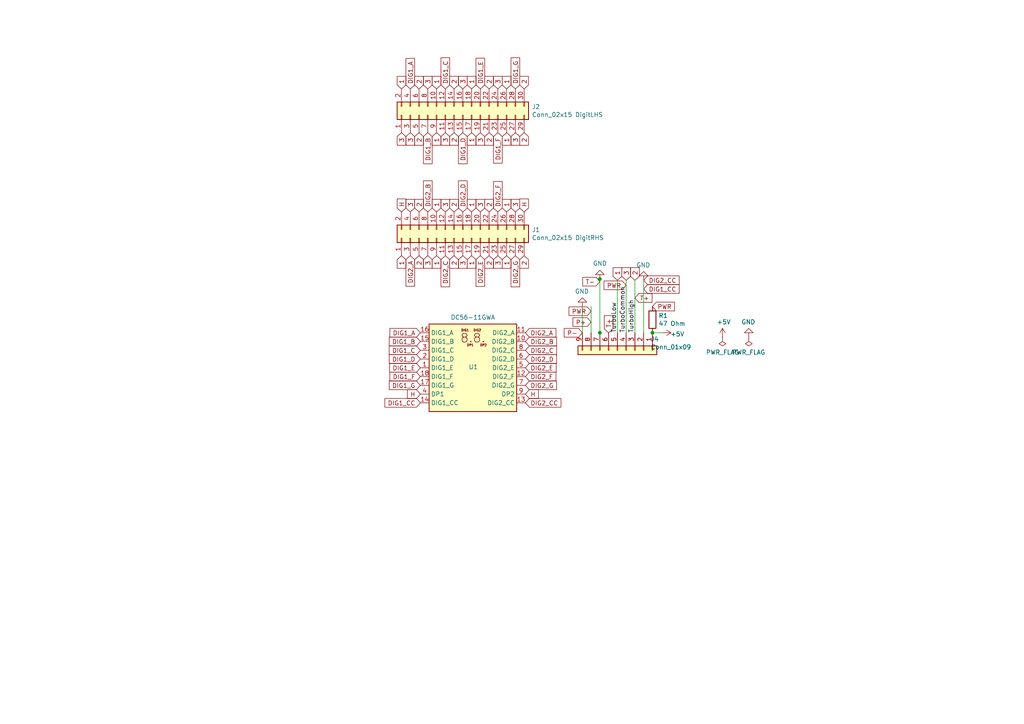
<source format=kicad_sch>
(kicad_sch (version 20230121) (generator eeschema)
  (paper "A4")
  (title_block (title "K-568") (date "2025-04-17") (rev "rev.0.1") (company "Scrap Computing"))
  (lib_symbols
    (symbol "Connector_Generic:Conn_01x09" (pin_names (offset 1.016) hide)
      (property "Reference" "J" (at 0 12.7 0))
      (property "Value" "Conn_01x09" (at 0 -12.7 0))
      (symbol "Conn_01x09_1_1"
        (rectangle (start -1.27 -10.033) (end 0 -10.287) (stroke (width 0.1524)))
        (rectangle (start -1.27 -7.493) (end 0 -7.747) (stroke (width 0.1524)))
        (rectangle (start -1.27 -4.953) (end 0 -5.207) (stroke (width 0.1524)))
        (rectangle (start -1.27 -2.413) (end 0 -2.667) (stroke (width 0.1524)))
        (rectangle (start -1.27 0.127) (end 0 -0.127) (stroke (width 0.1524)))
        (rectangle (start -1.27 2.667) (end 0 2.413) (stroke (width 0.1524)))
        (rectangle (start -1.27 5.207) (end 0 4.953) (stroke (width 0.1524)))
        (rectangle (start -1.27 7.747) (end 0 7.493) (stroke (width 0.1524)))
        (rectangle (start -1.27 10.287) (end 0 10.033) (stroke (width 0.1524)))
        (rectangle (start -1.27 11.43) (end 1.27 -11.43) (stroke (width 0.254)) (fill (type background)))
        (pin passive line (at -5.08 10.16 0) (length 3.81) (name "Pin_1") (number "1"))
        (pin passive line (at -5.08 7.62 0) (length 3.81) (name "Pin_2") (number "2"))
        (pin passive line (at -5.08 5.08 0) (length 3.81) (name "Pin_3") (number "3"))
        (pin passive line (at -5.08 2.54 0) (length 3.81) (name "Pin_4") (number "4"))
        (pin passive line (at -5.08 0 0) (length 3.81) (name "Pin_5") (number "5"))
        (pin passive line (at -5.08 -2.54 0) (length 3.81) (name "Pin_6") (number "6"))
        (pin passive line (at -5.08 -5.08 0) (length 3.81) (name "Pin_7") (number "7"))
        (pin passive line (at -5.08 -7.62 0) (length 3.81) (name "Pin_8") (number "8"))
        (pin passive line (at -5.08 -10.16 0) (length 3.81) (name "Pin_9") (number "9"))
      )
    )
    (symbol "Connector_Generic:Conn_02x15_Odd_Even" (pin_names (offset 1.016) hide)
      (property "Reference" "J" (at 1.27 20.32 0))
      (property "Value" "Conn_02x15_Odd_Even" (at 1.27 -20.32 0))
      (symbol "Conn_02x15_Odd_Even_1_1"
        (rectangle (start -1.27 -17.653) (end 0 -17.907) (stroke (width 0.1524)))
        (rectangle (start -1.27 -15.113) (end 0 -15.367) (stroke (width 0.1524)))
        (rectangle (start -1.27 -12.573) (end 0 -12.827) (stroke (width 0.1524)))
        (rectangle (start -1.27 -10.033) (end 0 -10.287) (stroke (width 0.1524)))
        (rectangle (start -1.27 -7.493) (end 0 -7.747) (stroke (width 0.1524)))
        (rectangle (start -1.27 -4.953) (end 0 -5.207) (stroke (width 0.1524)))
        (rectangle (start -1.27 -2.413) (end 0 -2.667) (stroke (width 0.1524)))
        (rectangle (start -1.27 0.127) (end 0 -0.127) (stroke (width 0.1524)))
        (rectangle (start -1.27 2.667) (end 0 2.413) (stroke (width 0.1524)))
        (rectangle (start -1.27 5.207) (end 0 4.953) (stroke (width 0.1524)))
        (rectangle (start -1.27 7.747) (end 0 7.493) (stroke (width 0.1524)))
        (rectangle (start -1.27 10.287) (end 0 10.033) (stroke (width 0.1524)))
        (rectangle (start -1.27 12.827) (end 0 12.573) (stroke (width 0.1524)))
        (rectangle (start -1.27 15.367) (end 0 15.113) (stroke (width 0.1524)))
        (rectangle (start -1.27 17.907) (end 0 17.653) (stroke (width 0.1524)))
        (rectangle (start -1.27 19.05) (end 3.81 -19.05) (stroke (width 0.254)) (fill (type background)))
        (rectangle (start 3.81 -17.653) (end 2.54 -17.907) (stroke (width 0.1524)))
        (rectangle (start 3.81 -15.113) (end 2.54 -15.367) (stroke (width 0.1524)))
        (rectangle (start 3.81 -12.573) (end 2.54 -12.827) (stroke (width 0.1524)))
        (rectangle (start 3.81 -10.033) (end 2.54 -10.287) (stroke (width 0.1524)))
        (rectangle (start 3.81 -7.493) (end 2.54 -7.747) (stroke (width 0.1524)))
        (rectangle (start 3.81 -4.953) (end 2.54 -5.207) (stroke (width 0.1524)))
        (rectangle (start 3.81 -2.413) (end 2.54 -2.667) (stroke (width 0.1524)))
        (rectangle (start 3.81 0.127) (end 2.54 -0.127) (stroke (width 0.1524)))
        (rectangle (start 3.81 2.667) (end 2.54 2.413) (stroke (width 0.1524)))
        (rectangle (start 3.81 5.207) (end 2.54 4.953) (stroke (width 0.1524)))
        (rectangle (start 3.81 7.747) (end 2.54 7.493) (stroke (width 0.1524)))
        (rectangle (start 3.81 10.287) (end 2.54 10.033) (stroke (width 0.1524)))
        (rectangle (start 3.81 12.827) (end 2.54 12.573) (stroke (width 0.1524)))
        (rectangle (start 3.81 15.367) (end 2.54 15.113) (stroke (width 0.1524)))
        (rectangle (start 3.81 17.907) (end 2.54 17.653) (stroke (width 0.1524)))
        (pin passive line (at -5.08 17.78 0) (length 3.81) (name "Pin_1") (number "1"))
        (pin passive line (at 7.62 7.62 180) (length 3.81) (name "Pin_10") (number "10"))
        (pin passive line (at -5.08 5.08 0) (length 3.81) (name "Pin_11") (number "11"))
        (pin passive line (at 7.62 5.08 180) (length 3.81) (name "Pin_12") (number "12"))
        (pin passive line (at -5.08 2.54 0) (length 3.81) (name "Pin_13") (number "13"))
        (pin passive line (at 7.62 2.54 180) (length 3.81) (name "Pin_14") (number "14"))
        (pin passive line (at -5.08 0 0) (length 3.81) (name "Pin_15") (number "15"))
        (pin passive line (at 7.62 0 180) (length 3.81) (name "Pin_16") (number "16"))
        (pin passive line (at -5.08 -2.54 0) (length 3.81) (name "Pin_17") (number "17"))
        (pin passive line (at 7.62 -2.54 180) (length 3.81) (name "Pin_18") (number "18"))
        (pin passive line (at -5.08 -5.08 0) (length 3.81) (name "Pin_19") (number "19"))
        (pin passive line (at 7.62 17.78 180) (length 3.81) (name "Pin_2") (number "2"))
        (pin passive line (at 7.62 -5.08 180) (length 3.81) (name "Pin_20") (number "20"))
        (pin passive line (at -5.08 -7.62 0) (length 3.81) (name "Pin_21") (number "21"))
        (pin passive line (at 7.62 -7.62 180) (length 3.81) (name "Pin_22") (number "22"))
        (pin passive line (at -5.08 -10.16 0) (length 3.81) (name "Pin_23") (number "23"))
        (pin passive line (at 7.62 -10.16 180) (length 3.81) (name "Pin_24") (number "24"))
        (pin passive line (at -5.08 -12.7 0) (length 3.81) (name "Pin_25") (number "25"))
        (pin passive line (at 7.62 -12.7 180) (length 3.81) (name "Pin_26") (number "26"))
        (pin passive line (at -5.08 -15.24 0) (length 3.81) (name "Pin_27") (number "27"))
        (pin passive line (at 7.62 -15.24 180) (length 3.81) (name "Pin_28") (number "28"))
        (pin passive line (at -5.08 -17.78 0) (length 3.81) (name "Pin_29") (number "29"))
        (pin passive line (at -5.08 15.24 0) (length 3.81) (name "Pin_3") (number "3"))
        (pin passive line (at 7.62 -17.78 180) (length 3.81) (name "Pin_30") (number "30"))
        (pin passive line (at 7.62 15.24 180) (length 3.81) (name "Pin_4") (number "4"))
        (pin passive line (at -5.08 12.7 0) (length 3.81) (name "Pin_5") (number "5"))
        (pin passive line (at 7.62 12.7 180) (length 3.81) (name "Pin_6") (number "6"))
        (pin passive line (at -5.08 10.16 0) (length 3.81) (name "Pin_7") (number "7"))
        (pin passive line (at 7.62 10.16 180) (length 3.81) (name "Pin_8") (number "8"))
        (pin passive line (at -5.08 7.62 0) (length 3.81) (name "Pin_9") (number "9"))
      )
    )
    (symbol "Device:R" (pin_numbers hide) (pin_names (offset 0))
      (property "Reference" "R" (at 2.032 0 90))
      (property "Value" "R" (at 0 0 90))
      (symbol "R_0_1"
        (rectangle (start -1.016 -2.54) (end 1.016 2.54) (stroke (width 0.254)))
      )
      (symbol "R_1_1"
        (pin passive line (at 0 3.81 270) (length 1.27) (name "~") (number "1"))
        (pin passive line (at 0 -3.81 90) (length 1.27) (name "~") (number "2"))
      )
    )
    (symbol "Display_Character:DC56-11GWA"
      (property "Reference" "U" (at -11.43 13.97 0))
      (property "Value" "DC56-11GWA" (at 12.065 13.97 0))
      (symbol "DC56-11GWA_0_0"
        (text "8.8." (at 0 8.636 0) (effects (font (size 2.54 2.54))))
        (text "DIG1" (at -2.286 10.922 0) (effects (font (size 0.635 0.635))))
        (text "DIG2" (at 1.27 10.922 0) (effects (font (size 0.635 0.635))))
        (text "DP1" (at -0.762 6.604 0) (effects (font (size 0.635 0.635))))
        (text "DP2" (at 3.048 6.604 0) (effects (font (size 0.635 0.635))))
      )
      (symbol "DC56-11GWA_0_1"
        (rectangle (start -12.7 12.7) (end 12.7 -12.7) (stroke (width 0.254)) (fill (type background)))
      )
      (symbol "DC56-11GWA_1_1"
        (pin input line (at -15.24 0 0) (length 2.54) (name "DIG1_E") (number "1"))
        (pin input line (at 15.24 7.62 180) (length 2.54) (name "DIG2_B") (number "10"))
        (pin input line (at 15.24 10.16 180) (length 2.54) (name "DIG2_A") (number "11"))
        (pin input line (at 15.24 -2.54 180) (length 2.54) (name "DIG2_F") (number "12"))
        (pin input line (at 15.24 -10.16 180) (length 2.54) (name "DIG2_CC") (number "13"))
        (pin input line (at -15.24 -10.16 0) (length 2.54) (name "DIG1_CC") (number "14"))
        (pin input line (at -15.24 7.62 0) (length 2.54) (name "DIG1_B") (number "15"))
        (pin input line (at -15.24 10.16 0) (length 2.54) (name "DIG1_A") (number "16"))
        (pin input line (at -15.24 -5.08 0) (length 2.54) (name "DIG1_G") (number "17"))
        (pin input line (at -15.24 -2.54 0) (length 2.54) (name "DIG1_F") (number "18"))
        (pin input line (at -15.24 2.54 0) (length 2.54) (name "DIG1_D") (number "2"))
        (pin input line (at -15.24 5.08 0) (length 2.54) (name "DIG1_C") (number "3"))
        (pin input line (at -15.24 -7.62 0) (length 2.54) (name "DP1") (number "4"))
        (pin input line (at 15.24 0 180) (length 2.54) (name "DIG2_E") (number "5"))
        (pin input line (at 15.24 2.54 180) (length 2.54) (name "DIG2_D") (number "6"))
        (pin input line (at 15.24 -5.08 180) (length 2.54) (name "DIG2_G") (number "7"))
        (pin input line (at 15.24 5.08 180) (length 2.54) (name "DIG2_C") (number "8"))
        (pin input line (at 15.24 -7.62 180) (length 2.54) (name "DP2") (number "9"))
      )
    )
    (symbol "power:+5V" (power) (pin_names (offset 0))
      (property "Value" "+5V" (at 0 3.556 0))
      (symbol "+5V_0_1"
        (polyline (pts (xy -0.762 1.27) (xy 0 2.54)))
        (polyline (pts (xy 0 0) (xy 0 2.54)))
        (polyline (pts (xy 0 2.54) (xy 0.762 1.27)))
      )
      (symbol "+5V_1_1"
        (pin power_in line (at 0 0 90) (length 0) hide (name "+5V") (number "1"))
      )
    )
    (symbol "power:GND" (power) (pin_names (offset 0))
      (property "Value" "GND" (at 0 -3.81 0))
      (symbol "GND_0_1"
        (polyline (pts (xy 0 0) (xy 0 -1.27) (xy 1.27 -1.27) (xy 0 -2.54) (xy -1.27 -1.27) (xy 0 -1.27)))
      )
      (symbol "GND_1_1"
        (pin power_in line (at 0 0 270) (length 0) hide (name "GND") (number "1"))
      )
    )
    (symbol "power:PWR_FLAG" (power) (pin_numbers hide) (pin_names (offset 0) hide)
      (property "Value" "PWR_FLAG" (at 0 3.81 0))
      (symbol "PWR_FLAG_0_0"
        (pin power_out line (at 0 0 90) (length 0) (name "pwr") (number "1"))
      )
      (symbol "PWR_FLAG_0_1"
        (polyline (pts (xy 0 0) (xy 0 1.27) (xy -1.016 1.905) (xy 0 2.54) (xy 1.016 1.905) (xy 0 1.27)))
      )
    )
  )
  (junction (at 173.99 80.9244))
  (junction (at 189.23 96.52))
  (junction (at 173.99 96.52))
  (wire (pts (xy 171.45 88.9) (xy 171.45 96.52)))
  (wire (pts (xy 179.07 81.28) (xy 179.07 96.52)))
  (wire (pts (xy 173.99 80.6704) (xy 174.0408 80.6704)))
  (wire (pts (xy 181.61 81.28) (xy 181.61 96.52)))
  (wire (pts (xy 173.99 96.5708) (xy 173.99 96.52)))
  (wire (pts (xy 184.15 96.52) (xy 184.15 81.28)))
  (wire (pts (xy 186.69 96.52) (xy 186.69 81.28)))
  (wire (pts (xy 168.91 88.9) (xy 168.91 96.52)))
  (wire (pts (xy 189.23 96.52) (xy 192.0748 96.52)))
  (wire (pts (xy 173.99 96.52) (xy 173.99 80.9244)))
  (wire (pts (xy 173.99 80.9244) (xy 173.99 80.6704)))
  (label "TurboLow" (at 179.07 96.52 90))
  (label "TurboCommon" (at 181.61 96.52 90))
  (label "TurboHigh" (at 184.15 96.52 90))
  (global_label "T-" (shape input) (at 173.99 81.6864 180) (property "Intersheetrefs" "${INTERSHEET_REFS}" (effects hide)))
  (global_label "PWR" (shape input) (at 171.45 90.2716 180) (property "Intersheetrefs" "${INTERSHEET_REFS}" (effects hide)))
  (global_label "3" (shape input) (at 129.159 61.468 90) (property "Intersheetrefs" "${INTERSHEET_REFS}" (effects hide)))
  (global_label "DIG1_A" (shape input) (at 118.999 25.781 90) (property "Intersheetrefs" "${INTERSHEET_REFS}" (effects hide)))
  (global_label "H" (shape input) (at 152.4 114.3 0) (property "Intersheetrefs" "${INTERSHEET_REFS}" (effects hide)))
  (global_label "1" (shape input) (at 136.779 61.468 90) (property "Intersheetrefs" "${INTERSHEET_REFS}" (effects hide)))
  (global_label "3" (shape input) (at 149.479 38.481 270) (property "Intersheetrefs" "${INTERSHEET_REFS}" (effects hide)))
  (global_label "1" (shape input) (at 136.779 74.168 270) (property "Intersheetrefs" "${INTERSHEET_REFS}" (effects hide)))
  (global_label "DIG2_C" (shape input) (at 152.4 101.6 0) (property "Intersheetrefs" "${INTERSHEET_REFS}" (effects hide)))
  (global_label "DIG1_F" (shape input) (at 144.399 38.481 270) (property "Intersheetrefs" "${INTERSHEET_REFS}" (effects hide)))
  (global_label "1" (shape input) (at 146.939 25.781 90) (property "Intersheetrefs" "${INTERSHEET_REFS}" (effects hide)))
  (global_label "1" (shape input) (at 126.619 61.468 90) (property "Intersheetrefs" "${INTERSHEET_REFS}" (effects hide)))
  (global_label "DIG1_C" (shape input) (at 129.159 25.781 90) (property "Intersheetrefs" "${INTERSHEET_REFS}" (effects hide)))
  (global_label "H" (shape input) (at 116.459 61.468 90) (property "Intersheetrefs" "${INTERSHEET_REFS}" (effects hide)))
  (global_label "T+" (shape input) (at 184.15 86.4108 0) (property "Intersheetrefs" "${INTERSHEET_REFS}" (effects hide)))
  (global_label "DIG1_CC" (shape input) (at 121.92 116.84 180) (property "Intersheetrefs" "${INTERSHEET_REFS}" (effects hide)))
  (global_label "2" (shape input) (at 121.539 61.468 90) (property "Intersheetrefs" "${INTERSHEET_REFS}" (effects hide)))
  (global_label "P-" (shape input) (at 168.91 96.52 180) (property "Intersheetrefs" "${INTERSHEET_REFS}" (effects hide)))
  (global_label "1" (shape input) (at 146.939 38.481 270) (property "Intersheetrefs" "${INTERSHEET_REFS}" (effects hide)))
  (global_label "DIG2_F" (shape input) (at 152.4 109.22 0) (property "Intersheetrefs" "${INTERSHEET_REFS}" (effects hide)))
  (global_label "2" (shape input) (at 121.539 25.781 90) (property "Intersheetrefs" "${INTERSHEET_REFS}" (effects hide)))
  (global_label "DIG1_G" (shape input) (at 121.92 111.76 180) (property "Intersheetrefs" "${INTERSHEET_REFS}" (effects hide)))
  (global_label "DIG1_B" (shape input) (at 124.079 38.481 270) (property "Intersheetrefs" "${INTERSHEET_REFS}" (effects hide)))
  (global_label "DIG2_B" (shape input) (at 124.079 61.468 90) (property "Intersheetrefs" "${INTERSHEET_REFS}" (effects hide)))
  (global_label "DIG1_C" (shape input) (at 121.92 101.6 180) (property "Intersheetrefs" "${INTERSHEET_REFS}" (effects hide)))
  (global_label "2" (shape input) (at 152.019 38.481 270) (property "Intersheetrefs" "${INTERSHEET_REFS}" (effects hide)))
  (global_label "3" (shape input) (at 139.319 61.468 90) (property "Intersheetrefs" "${INTERSHEET_REFS}" (effects hide)))
  (global_label "3" (shape input) (at 134.239 74.168 270) (property "Intersheetrefs" "${INTERSHEET_REFS}" (effects hide)))
  (global_label "3" (shape input) (at 139.319 38.481 270) (property "Intersheetrefs" "${INTERSHEET_REFS}" (effects hide)))
  (global_label "DIG2_CC" (shape input) (at 186.69 81.28 0) (property "Intersheetrefs" "${INTERSHEET_REFS}" (effects hide)))
  (global_label "H" (shape input) (at 152.019 61.468 90) (property "Intersheetrefs" "${INTERSHEET_REFS}" (effects hide)))
  (global_label "2" (shape input) (at 152.019 74.168 270) (property "Intersheetrefs" "${INTERSHEET_REFS}" (effects hide)))
  (global_label "DIG2_C" (shape input) (at 129.159 74.168 270) (property "Intersheetrefs" "${INTERSHEET_REFS}" (effects hide)))
  (global_label "3" (shape input) (at 144.399 25.781 90) (property "Intersheetrefs" "${INTERSHEET_REFS}" (effects hide)))
  (global_label "1" (shape input) (at 146.939 61.468 90) (property "Intersheetrefs" "${INTERSHEET_REFS}" (effects hide)))
  (global_label "3" (shape input) (at 124.079 25.781 90) (property "Intersheetrefs" "${INTERSHEET_REFS}" (effects hide)))
  (global_label "3" (shape input) (at 181.61 81.28 90) (property "Intersheetrefs" "${INTERSHEET_REFS}" (effects hide)))
  (global_label "2" (shape input) (at 131.699 74.168 270) (property "Intersheetrefs" "${INTERSHEET_REFS}" (effects hide)))
  (global_label "1" (shape input) (at 179.07 81.28 90) (property "Intersheetrefs" "${INTERSHEET_REFS}" (effects hide)))
  (global_label "2" (shape input) (at 131.699 38.481 270) (property "Intersheetrefs" "${INTERSHEET_REFS}" (effects hide)))
  (global_label "1" (shape input) (at 126.619 25.781 90) (property "Intersheetrefs" "${INTERSHEET_REFS}" (effects hide)))
  (global_label "DIG2_D" (shape input) (at 134.239 61.468 90) (property "Intersheetrefs" "${INTERSHEET_REFS}" (effects hide)))
  (global_label "1" (shape input) (at 126.619 38.481 270) (property "Intersheetrefs" "${INTERSHEET_REFS}" (effects hide)))
  (global_label "2" (shape input) (at 141.859 74.168 270) (property "Intersheetrefs" "${INTERSHEET_REFS}" (effects hide)))
  (global_label "3" (shape input) (at 116.459 38.481 270) (property "Intersheetrefs" "${INTERSHEET_REFS}" (effects hide)))
  (global_label "DIG2_A" (shape input) (at 152.4 96.52 0) (property "Intersheetrefs" "${INTERSHEET_REFS}" (effects hide)))
  (global_label "2" (shape input) (at 131.699 61.468 90) (property "Intersheetrefs" "${INTERSHEET_REFS}" (effects hide)))
  (global_label "2" (shape input) (at 121.539 38.481 270) (property "Intersheetrefs" "${INTERSHEET_REFS}" (effects hide)))
  (global_label "DIG2_G" (shape input) (at 149.479 74.168 270) (property "Intersheetrefs" "${INTERSHEET_REFS}" (effects hide)))
  (global_label "DIG1_B" (shape input) (at 121.92 99.06 180) (property "Intersheetrefs" "${INTERSHEET_REFS}" (effects hide)))
  (global_label "PWR" (shape input) (at 181.61 82.7532 180) (property "Intersheetrefs" "${INTERSHEET_REFS}" (effects hide)))
  (global_label "P+" (shape input) (at 171.45 93.4212 180) (property "Intersheetrefs" "${INTERSHEET_REFS}" (effects hide)))
  (global_label "3" (shape input) (at 118.999 61.468 90) (property "Intersheetrefs" "${INTERSHEET_REFS}" (effects hide)))
  (global_label "2" (shape input) (at 141.859 61.468 90) (property "Intersheetrefs" "${INTERSHEET_REFS}" (effects hide)))
  (global_label "DIG2_E" (shape input) (at 139.319 74.168 270) (property "Intersheetrefs" "${INTERSHEET_REFS}" (effects hide)))
  (global_label "2" (shape input) (at 121.539 74.168 270) (property "Intersheetrefs" "${INTERSHEET_REFS}" (effects hide)))
  (global_label "DIG1_E" (shape input) (at 139.319 25.781 90) (property "Intersheetrefs" "${INTERSHEET_REFS}" (effects hide)))
  (global_label "DIG2_B" (shape input) (at 152.4 99.06 0) (property "Intersheetrefs" "${INTERSHEET_REFS}" (effects hide)))
  (global_label "3" (shape input) (at 124.079 74.168 270) (property "Intersheetrefs" "${INTERSHEET_REFS}" (effects hide)))
  (global_label "DIG1_D" (shape input) (at 121.92 104.14 180) (property "Intersheetrefs" "${INTERSHEET_REFS}" (effects hide)))
  (global_label "3" (shape input) (at 129.159 38.481 270) (property "Intersheetrefs" "${INTERSHEET_REFS}" (effects hide)))
  (global_label "PWR" (shape input) (at 189.23 88.9 0) (property "Intersheetrefs" "${INTERSHEET_REFS}" (effects hide)))
  (global_label "1" (shape input) (at 116.459 25.781 90) (property "Intersheetrefs" "${INTERSHEET_REFS}" (effects hide)))
  (global_label "DIG2_A" (shape input) (at 118.999 74.168 270) (property "Intersheetrefs" "${INTERSHEET_REFS}" (effects hide)))
  (global_label "T+" (shape input) (at 176.53 96.52 90) (property "Intersheetrefs" "${INTERSHEET_REFS}" (effects hide)))
  (global_label "3" (shape input) (at 149.479 61.468 90) (property "Intersheetrefs" "${INTERSHEET_REFS}" (effects hide)))
  (global_label "DIG1_D" (shape input) (at 134.239 38.481 270) (property "Intersheetrefs" "${INTERSHEET_REFS}" (effects hide)))
  (global_label "1" (shape input) (at 146.939 74.168 270) (property "Intersheetrefs" "${INTERSHEET_REFS}" (effects hide)))
  (global_label "2" (shape input) (at 184.15 81.28 90) (property "Intersheetrefs" "${INTERSHEET_REFS}" (effects hide)))
  (global_label "DIG2_G" (shape input) (at 152.4 111.76 0) (property "Intersheetrefs" "${INTERSHEET_REFS}" (effects hide)))
  (global_label "DIG1_CC" (shape input) (at 186.69 83.82 0) (property "Intersheetrefs" "${INTERSHEET_REFS}" (effects hide)))
  (global_label "DIG2_CC" (shape input) (at 152.4 116.84 0) (property "Intersheetrefs" "${INTERSHEET_REFS}" (effects hide)))
  (global_label "H" (shape input) (at 121.92 114.3 180) (property "Intersheetrefs" "${INTERSHEET_REFS}" (effects hide)))
  (global_label "3" (shape input) (at 144.399 74.168 270) (property "Intersheetrefs" "${INTERSHEET_REFS}" (effects hide)))
  (global_label "DIG2_D" (shape input) (at 152.4 104.14 0) (property "Intersheetrefs" "${INTERSHEET_REFS}" (effects hide)))
  (global_label "1" (shape input) (at 136.779 25.781 90) (property "Intersheetrefs" "${INTERSHEET_REFS}" (effects hide)))
  (global_label "2" (shape input) (at 141.859 25.781 90) (property "Intersheetrefs" "${INTERSHEET_REFS}" (effects hide)))
  (global_label "DIG1_F" (shape input) (at 121.92 109.22 180) (property "Intersheetrefs" "${INTERSHEET_REFS}" (effects hide)))
  (global_label "1" (shape input) (at 126.619 74.168 270) (property "Intersheetrefs" "${INTERSHEET_REFS}" (effects hide)))
  (global_label "DIG1_G" (shape input) (at 149.479 25.781 90) (property "Intersheetrefs" "${INTERSHEET_REFS}" (effects hide)))
  (global_label "2" (shape input) (at 131.699 25.781 90) (property "Intersheetrefs" "${INTERSHEET_REFS}" (effects hide)))
  (global_label "DIG2_E" (shape input) (at 152.4 106.68 0) (property "Intersheetrefs" "${INTERSHEET_REFS}" (effects hide)))
  (global_label "1" (shape input) (at 136.779 38.481 270) (property "Intersheetrefs" "${INTERSHEET_REFS}" (effects hide)))
  (global_label "2" (shape input) (at 141.859 38.481 270) (property "Intersheetrefs" "${INTERSHEET_REFS}" (effects hide)))
  (global_label "3" (shape input) (at 118.999 38.481 270) (property "Intersheetrefs" "${INTERSHEET_REFS}" (effects hide)))
  (global_label "2" (shape input) (at 152.019 25.781 90) (property "Intersheetrefs" "${INTERSHEET_REFS}" (effects hide)))
  (global_label "DIG2_F" (shape input) (at 144.399 61.468 90) (property "Intersheetrefs" "${INTERSHEET_REFS}" (effects hide)))
  (global_label "1" (shape input) (at 116.459 74.168 270) (property "Intersheetrefs" "${INTERSHEET_REFS}" (effects hide)))
  (global_label "DIG1_A" (shape input) (at 121.92 96.52 180) (property "Intersheetrefs" "${INTERSHEET_REFS}" (effects hide)))
  (global_label "3" (shape input) (at 134.239 25.781 90) (property "Intersheetrefs" "${INTERSHEET_REFS}" (effects hide)))
  (global_label "DIG1_E" (shape input) (at 121.92 106.68 180) (property "Intersheetrefs" "${INTERSHEET_REFS}" (effects hide)))
  (symbol (lib_id "Connector_Generic:Conn_02x15_Odd_Even") (at 134.239 69.088 90) (unit 1)
    (property "Reference" "J1" (at 154.2542 66.6496 90) (effects (justify right)))
    (property "Value" "Conn_02x15 DigitRHS" (at 154.2542 68.961 90) (effects (justify right)))
    (property "Footprint" "Connector_PinHeader_2.54mm:PinHeader_2x15_P2.54mm_Vertical" (effects hide))
  )
  (symbol (lib_id "Connector_Generic:Conn_02x15_Odd_Even") (at 134.239 33.401 90) (unit 1)
    (property "Reference" "J2" (at 154.2542 30.9626 90) (effects (justify right)))
    (property "Value" "Conn_02x15 DigitLHS" (at 154.2542 33.274 90) (effects (justify right)))
    (property "Footprint" "Connector_PinHeader_2.54mm:PinHeader_2x15_P2.54mm_Vertical" (effects hide))
  )
  (symbol (lib_id "Connector_Generic:Conn_01x09") (at 179.07 101.6 270) (unit 1)
    (property "Reference" "J4" (at 188.722 98.3488 90) (effects (justify left)))
    (property "Value" "Conn_01x09" (at 188.722 100.6602 90) (effects (justify left)))
    (property "Footprint" "Connector_PinHeader_2.54mm:PinHeader_1x09_P2.54mm_Vertical" (effects hide))
  )
  (symbol (lib_id "Device:R") (at 189.23 92.71 0) (unit 1)
    (property "Reference" "R1" (at 191.008 91.5416 0) (effects (justify left)))
    (property "Value" "47 Ohm" (at 191.008 93.853 0) (effects (justify left)))
    (property "Footprint" "Resistor_THT:R_Axial_DIN0207_L6.3mm_D2.5mm_P10.16mm_Horizontal" (effects hide))
  )
  (symbol (lib_id "Display_Character:DC56-11GWA") (at 137.16 106.68 0) (unit 1)
    (property "Reference" "U1" (at 137.287 106.426 0))
    (property "Value" "DC56-11GWA" (at 137.16 92.0496 0))
    (property "Footprint" "Display_7Segment:DA56-11CGKWA" (effects hide))
    (property "Datasheet" "http://www.kingbrightusa.com/images/catalog/SPEC/DC56-11GWA.pdf" (effects hide))
  )
  (symbol (lib_id "power:+5V") (at 209.55 97.79 0) (unit 1)
    (property "Reference" "#PWR02" (effects hide))
    (property "Value" "+5V" (at 209.931 93.3958 0))
  )
  (symbol (lib_id "power:GND") (at 217.17 97.79 180) (unit 1)
    (property "Reference" "#PWR01" (effects hide))
    (property "Value" "GND" (at 217.043 93.3958 0))
  )
  (symbol (lib_id "power:PWR_FLAG") (at 217.17 97.79 180) (unit 1)
    (property "Reference" "#FLG0101" (effects hide))
    (property "Value" "PWR_FLAG" (at 217.17 102.1842 0))
  )
  (symbol (lib_id "power:PWR_FLAG") (at 209.55 97.79 180) (unit 1)
    (property "Reference" "#FLG0102" (effects hide))
    (property "Value" "PWR_FLAG" (at 209.55 102.1842 0))
  )
  (symbol (lib_id "power:GND") (at 186.69 81.28 180) (unit 1)
    (property "Reference" "#PWR0101" (effects hide))
    (property "Value" "GND" (at 186.563 76.8858 0))
  )
  (symbol (lib_id "power:+5V") (at 192.0748 96.52 270) (unit 1)
    (property "Reference" "#PWR0102" (effects hide))
    (property "Value" "+5V" (at 196.469 96.901 90))
  )
  (symbol (lib_id "power:GND") (at 168.91 88.9 180) (unit 1)
    (property "Reference" "#PWR0103" (effects hide))
    (property "Value" "GND" (at 168.783 84.5058 0))
  )
  (symbol (lib_id "power:GND") (at 173.99 80.9244 180) (unit 1)
    (property "Reference" "#PWR03" (effects hide))
    (property "Value" "GND" (at 173.99 76.4032 0))
  )
)
</source>
